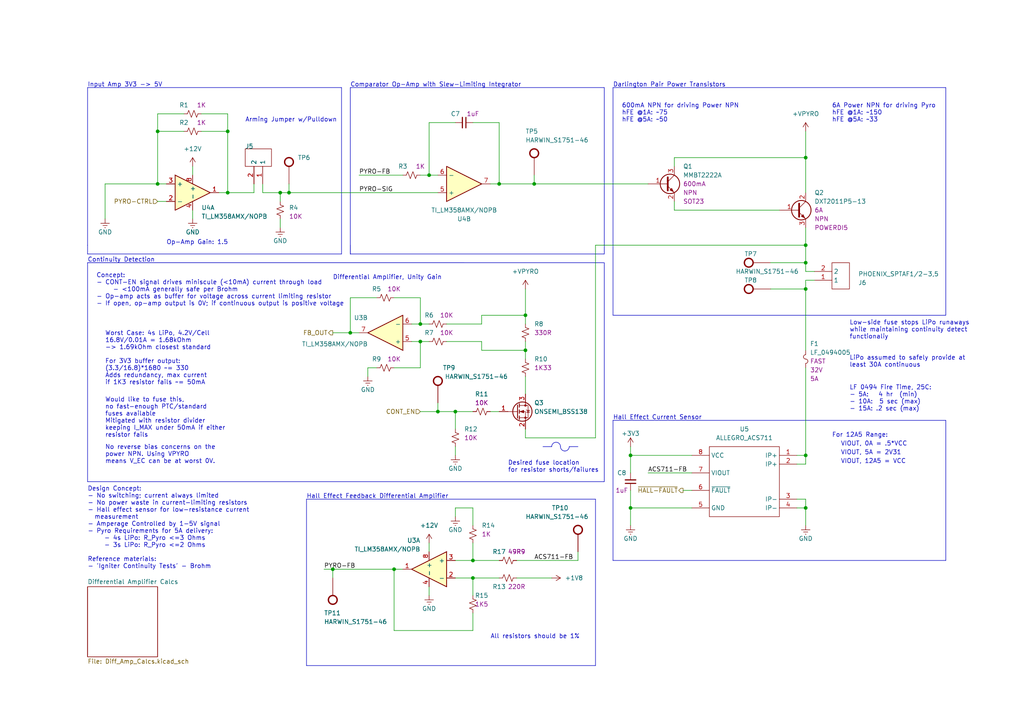
<source format=kicad_sch>
(kicad_sch (version 20230121) (generator eeschema)
  (paper "A4")
  (title_block (title "Forerunner Pyro Test Board") (date "2023-12-07") (rev "1.0.0"))
  (lib_symbols
    (symbol "Skyhawkson-Capacitors:1UF_0805" (pin_numbers hide) (pin_names (offset 0.254) hide)
      (property "Reference" "C" (at 0 2.54 0))
      (property "Tolerance" "10%" (at 0 -7.62 0))
      (property "Rating" "50V" (at 0 -10.16 0))
      (property "Temp" "X7R" (at 0 -15.24 0))
      (property "Package" "0805" (at 0 -12.7 0))
      (property "Capacitance" "1uF" (at 0 -5.08 0))
      (symbol "1UF_0805_0_1"
        (polyline (pts (xy 2.032 -1.524) (xy 2.032 1.524)) (stroke (width 0.3048)))
        (polyline (pts (xy 3.048 -1.524) (xy 3.048 1.524)) (stroke (width 0.3302)))
      )
      (symbol "1UF_0805_1_1"
        (pin passive line (at 0 0 0) (length 2.032) (name "~") (number "1"))
        (pin passive line (at 5.08 0 180) (length 2.032) (name "~") (number "2"))
      )
    )
    (symbol "Skyhawkson-Connectors:HARWIN_S1751-46" (in_bom no)
      (property "Reference" "TP" (at 6.35 1.27 0))
      (property "Value" "HARWIN_S1751-46" (at 6.35 -2.54 0))
      (symbol "HARWIN_S1751-46_0_1"
        (circle (center 6.35 0) (radius 1.27) (stroke (width 0.4)))
      )
      (symbol "HARWIN_S1751-46_1_1"
        (pin passive line (at 0 0 0) (length 5.08) (name "1") (number "1"))
      )
    )
    (symbol "Skyhawkson-Connectors:PHOENIX_SPTAF1{slash}2-3,5"
      (property "Reference" "J" (at 5.08 2.54 0))
      (property "Value" "PHOENIX_SPTAF1{slash}2-3,5" (at 5.08 -6.35 0))
      (symbol "PHOENIX_SPTAF1{slash}2-3,5_0_1"
        (rectangle (start 5.08 2.54) (end 10.16 -5.08) (stroke (width 0.1524)))
      )
      (symbol "PHOENIX_SPTAF1{slash}2-3,5_1_1"
        (pin passive line (at 0 0 0) (length 5.08) (name "1") (number "1"))
        (pin passive line (at 0 0 0) (length 5.08) hide (name "1B") (number "1B"))
        (pin passive line (at 0 -2.54 0) (length 5.08) (name "2") (number "2"))
        (pin passive line (at 0 -2.54 0) (length 5.08) hide (name "2B") (number "2B"))
      )
    )
    (symbol "Skyhawkson-ICs:ALLEGRO_ACS711"
      (property "Reference" "U" (at 5.08 2.54 0))
      (property "Value" "ALLEGRO_ACS711" (at 5.08 -19.05 0))
      (symbol "ALLEGRO_ACS711_0_0"
        (rectangle (start 5.08 2.54) (end 25.4 -17.78) (stroke (width 0.1524)))
      )
      (symbol "ALLEGRO_ACS711_1_1"
        (pin passive line (at 30.48 0 180) (length 5.08) (name "IP+") (number "1"))
        (pin passive line (at 30.48 -2.54 180) (length 5.08) (name "IP+") (number "2"))
        (pin passive line (at 30.48 -12.7 180) (length 5.08) (name "IP-") (number "3"))
        (pin passive line (at 30.48 -15.24 180) (length 5.08) (name "IP-") (number "4"))
        (pin power_in line (at 0 -15.24 0) (length 5.08) (name "GND") (number "5"))
        (pin output line (at 0 -10.16 0) (length 5.08) (name "~{FAULT}") (number "6"))
        (pin output line (at 0 -5.08 0) (length 5.08) (name "VIOUT") (number "7"))
        (pin power_in line (at 0 0 0) (length 5.08) (name "VCC") (number "8"))
      )
    )
    (symbol "Skyhawkson-ICs:TI_LM358AMX{slash}NOPB"
      (property "Reference" "U" (at 12.7 -5.08 0))
      (property "Value" "TI_LM358AMX{slash}NOPB" (at 12.7 -7.62 0))
      (symbol "TI_LM358AMX{slash}NOPB_1_1"
        (polyline (pts (xy 2.54 2.54) (xy 12.7 -2.54) (xy 2.54 -7.62) (xy 2.54 2.54)) (stroke (width 0.254)) (fill (type background)))
        (pin output line (at 15.24 -2.54 180) (length 2.54) (name "~") (number "1"))
        (pin input line (at 0 -5.08 0) (length 2.54) (name "-") (number "2"))
        (pin input line (at 0 0 0) (length 2.54) (name "+") (number "3"))
        (pin power_in line (at 7.62 -7.62 90) (length 2.54) (name "-") (number "4"))
        (pin power_in line (at 7.62 2.54 270) (length 2.54) (name "+") (number "8"))
      )
      (symbol "TI_LM358AMX{slash}NOPB_2_1"
        (polyline (pts (xy 2.54 2.54) (xy 12.7 -2.54) (xy 2.54 -7.62) (xy 2.54 2.54)) (stroke (width 0.254)) (fill (type background)))
        (pin input line (at 0 0 0) (length 2.54) (name "+") (number "5"))
        (pin input line (at 0 -5.08 0) (length 2.54) (name "-") (number "6"))
        (pin output line (at 15.24 -2.54 180) (length 2.54) (name "~") (number "7"))
      )
    )
    (symbol "Skyhawkson-Miscellaneous:LF_0494005" (pin_numbers hide) (pin_names (offset 0.254) hide)
      (property "Reference" "F" (at 0 1.27 0))
      (property "Value" "LF_0494005" (at 0 -3.81 0))
      (property "TYPE" "FAST" (at 0 -6.35 0))
      (property "VOLTAGE" "32V" (at 0 -8.89 0))
      (property "CURRENT" "5A" (at 0 -11.43 0))
      (symbol "LF_0494005_0_1"
        (arc (start 1.27 0) (mid 1.456 -0.449) (end 1.905 -0.635))
        (arc (start 1.905 -0.635) (mid 2.354 -0.449) (end 2.54 0))
        (arc (start 3.175 0.635) (mid 2.726 0.449) (end 2.54 0))
        (arc (start 3.81 0) (mid 3.624 0.449) (end 3.175 0.635))
      )
      (symbol "LF_0494005_1_1"
        (pin passive line (at 0 0 0) (length 1.27) (name "~") (number "1"))
        (pin passive line (at 5.08 0 180) (length 1.27) (name "~") (number "2"))
      )
    )
    (symbol "Skyhawkson-Power Symbols:+12V" (power) (pin_names (offset 0)) (in_bom no)
      (property "Value" "+12V" (at 0 3.556 0))
      (symbol "+12V_0_1"
        (polyline (pts (xy -0.762 1.27) (xy 0 2.54)))
        (polyline (pts (xy 0 0) (xy 0 2.54)))
        (polyline (pts (xy 0 2.54) (xy 0.762 1.27)))
      )
      (symbol "+12V_1_1"
        (pin power_in line (at 0 0 90) (length 0) hide (name "+12V") (number "1"))
      )
    )
    (symbol "Skyhawkson-Power Symbols:+1V8" (power) (pin_names (offset 0)) (in_bom no)
      (property "Value" "+1V8" (at 0 3.556 0))
      (symbol "+1V8_0_1"
        (polyline (pts (xy -0.762 1.27) (xy 0 2.54)))
        (polyline (pts (xy 0 0) (xy 0 2.54)))
        (polyline (pts (xy 0 2.54) (xy 0.762 1.27)))
      )
      (symbol "+1V8_1_1"
        (pin power_in line (at 0 0 90) (length 0) hide (name "+1V8") (number "1"))
      )
    )
    (symbol "Skyhawkson-Power Symbols:+3V3" (power) (pin_names (offset 0)) (in_bom no)
      (property "Value" "+3V3" (at 0 3.556 0))
      (symbol "+3V3_0_1"
        (polyline (pts (xy -0.762 1.27) (xy 0 2.54)))
        (polyline (pts (xy 0 0) (xy 0 2.54)))
        (polyline (pts (xy 0 2.54) (xy 0.762 1.27)))
      )
      (symbol "+3V3_1_1"
        (pin power_in line (at 0 0 90) (length 0) hide (name "+3V3") (number "1"))
      )
    )
    (symbol "Skyhawkson-Power Symbols:+VPYRO" (power) (pin_names (offset 0)) (in_bom no)
      (property "Value" "+VPYRO" (at 0 3.556 0))
      (symbol "+VPYRO_0_1"
        (polyline (pts (xy -0.762 1.27) (xy 0 2.54)))
        (polyline (pts (xy 0 0) (xy 0 2.54)))
        (polyline (pts (xy 0 2.54) (xy 0.762 1.27)))
      )
      (symbol "+VPYRO_1_1"
        (pin power_in line (at 0 0 90) (length 0) hide (name "+VPYRO") (number "1"))
      )
    )
    (symbol "Skyhawkson-Power Symbols:GND" (power) (pin_names (offset 0)) (in_bom no)
      (property "Value" "GND" (at 0 -3.81 0))
      (symbol "GND_0_1"
        (polyline (pts (xy -0.635 -1.905) (xy 0.635 -1.905)))
        (polyline (pts (xy -0.127 -2.54) (xy 0.127 -2.54)))
        (polyline (pts (xy 0 -1.27) (xy 0 0)))
        (polyline (pts (xy 1.27 -1.27) (xy -1.27 -1.27)))
      )
      (symbol "GND_1_1"
        (pin power_in line (at 0 0 270) (length 0) hide (name "GND") (number "1"))
      )
    )
    (symbol "Skyhawkson-Resistors:10K_0603" (pin_numbers hide) (pin_names (offset 0.254) hide)
      (property "Reference" "R" (at 0 1.27 0))
      (property "Tolerance" "1%" (at 0 -6.35 0))
      (property "Power" "100mW" (at 0 -8.89 0))
      (property "Package" "0603" (at 0 -11.43 0))
      (property "Resistance" "10K" (at 0 -3.81 0))
      (symbol "10K_0603_1_1"
        (polyline (pts (xy 1.016 0) (xy 1.397 1.016) (xy 1.778 0) (xy 2.159 -1.016) (xy 2.54 0)))
        (polyline (pts (xy 2.54 0) (xy 2.921 1.016) (xy 3.302 0) (xy 3.683 -1.016) (xy 4.064 0)))
        (pin passive line (at 0 0 0) (length 1.016) (name "~") (number "1"))
        (pin passive line (at 5.08 0 180) (length 1.016) (name "~") (number "2"))
      )
    )
    (symbol "Skyhawkson-Resistors:1K33_0603" (pin_numbers hide) (pin_names (offset 0.254) hide)
      (property "Reference" "R" (at 0 1.27 0))
      (property "Tolerance" "1%" (at 0 -6.35 0))
      (property "Power" "100mW" (at 0 -8.89 0))
      (property "Package" "0603" (at 0 -11.43 0))
      (property "Resistance" "1K33" (at 0 -3.81 0))
      (symbol "1K33_0603_1_1"
        (polyline (pts (xy 1.016 0) (xy 1.397 1.016) (xy 1.778 0) (xy 2.159 -1.016) (xy 2.54 0)))
        (polyline (pts (xy 2.54 0) (xy 2.921 1.016) (xy 3.302 0) (xy 3.683 -1.016) (xy 4.064 0)))
        (pin passive line (at 0 0 0) (length 1.016) (name "~") (number "1"))
        (pin passive line (at 5.08 0 180) (length 1.016) (name "~") (number "2"))
      )
    )
    (symbol "Skyhawkson-Resistors:1K5_0603" (pin_numbers hide) (pin_names (offset 0.254) hide)
      (property "Reference" "R" (at 0 1.27 0))
      (property "Tolerance" "1%" (at 0 -6.35 0))
      (property "Power" "100mW" (at 0 -8.89 0))
      (property "Package" "0603" (at 0 -11.43 0))
      (property "Resistance" "1K5" (at 0 -3.81 0))
      (symbol "1K5_0603_1_1"
        (polyline (pts (xy 1.016 0) (xy 1.397 1.016) (xy 1.778 0) (xy 2.159 -1.016) (xy 2.54 0)))
        (polyline (pts (xy 2.54 0) (xy 2.921 1.016) (xy 3.302 0) (xy 3.683 -1.016) (xy 4.064 0)))
        (pin passive line (at 0 0 0) (length 1.016) (name "~") (number "1"))
        (pin passive line (at 5.08 0 180) (length 1.016) (name "~") (number "2"))
      )
    )
    (symbol "Skyhawkson-Resistors:1K_0603" (pin_numbers hide) (pin_names (offset 0.254) hide)
      (property "Reference" "R" (at 0 1.27 0))
      (property "Tolerance" "1%" (at 0 -6.35 0))
      (property "Power" "100mW" (at 0 -8.89 0))
      (property "Package" "0603" (at 0 -11.43 0))
      (property "Resistance" "1K" (at 0 -3.81 0))
      (symbol "1K_0603_1_1"
        (polyline (pts (xy 1.016 0) (xy 1.397 1.016) (xy 1.778 0) (xy 2.159 -1.016) (xy 2.54 0)))
        (polyline (pts (xy 2.54 0) (xy 2.921 1.016) (xy 3.302 0) (xy 3.683 -1.016) (xy 4.064 0)))
        (pin passive line (at 0 0 0) (length 1.016) (name "~") (number "1"))
        (pin passive line (at 5.08 0 180) (length 1.016) (name "~") (number "2"))
      )
    )
    (symbol "Skyhawkson-Resistors:220R_0603" (pin_numbers hide) (pin_names (offset 0.254) hide)
      (property "Reference" "R" (at 0 1.27 0))
      (property "Tolerance" "1%" (at 0 -6.35 0))
      (property "Power" "100mW" (at 0 -8.89 0))
      (property "Package" "0603" (at 0 -11.43 0))
      (property "Resistance" "220R" (at 0 -3.81 0))
      (symbol "220R_0603_1_1"
        (polyline (pts (xy 1.016 0) (xy 1.397 1.016) (xy 1.778 0) (xy 2.159 -1.016) (xy 2.54 0)))
        (polyline (pts (xy 2.54 0) (xy 2.921 1.016) (xy 3.302 0) (xy 3.683 -1.016) (xy 4.064 0)))
        (pin passive line (at 0 0 0) (length 1.016) (name "~") (number "1"))
        (pin passive line (at 5.08 0 180) (length 1.016) (name "~") (number "2"))
      )
    )
    (symbol "Skyhawkson-Resistors:2K2_0603" (pin_numbers hide) (pin_names (offset 0.254) hide)
      (property "Reference" "R" (at 0 1.27 0))
      (property "Tolerance" "5%" (at 0 -6.35 0))
      (property "Power" "100mW" (at 0 -8.89 0))
      (property "Package" "0603" (at 0 -11.43 0))
      (property "Resistance" "1K" (at 0 -3.81 0))
      (symbol "2K2_0603_1_1"
        (polyline (pts (xy 1.016 0) (xy 1.397 1.016) (xy 1.778 0) (xy 2.159 -1.016) (xy 2.54 0)))
        (polyline (pts (xy 2.54 0) (xy 2.921 1.016) (xy 3.302 0) (xy 3.683 -1.016) (xy 4.064 0)))
        (pin passive line (at 0 0 0) (length 1.016) (name "~") (number "1"))
        (pin passive line (at 5.08 0 180) (length 1.016) (name "~") (number "2"))
      )
    )
    (symbol "Skyhawkson-Resistors:330R_0603" (pin_numbers hide) (pin_names (offset 0.254) hide)
      (property "Reference" "R" (at 0 1.27 0))
      (property "Tolerance" "1%" (at 0 -6.35 0))
      (property "Power" "100mW" (at 0 -8.89 0))
      (property "Package" "0603" (at 0 -11.43 0))
      (property "Resistance" "330R" (at 0 -3.81 0))
      (symbol "330R_0603_1_1"
        (polyline (pts (xy 1.016 0) (xy 1.397 1.016) (xy 1.778 0) (xy 2.159 -1.016) (xy 2.54 0)))
        (polyline (pts (xy 2.54 0) (xy 2.921 1.016) (xy 3.302 0) (xy 3.683 -1.016) (xy 4.064 0)))
        (pin passive line (at 0 0 0) (length 1.016) (name "~") (number "1"))
        (pin passive line (at 5.08 0 180) (length 1.016) (name "~") (number "2"))
      )
    )
    (symbol "Skyhawkson-Resistors:49R9_0603" (pin_numbers hide) (pin_names (offset 0.254) hide)
      (property "Reference" "R" (at 0 1.27 0))
      (property "Tolerance" "1%" (at 0 -6.35 0))
      (property "Power" "100mW" (at 0 -8.89 0))
      (property "Package" "0603" (at 0 -11.43 0))
      (property "Resistance" "49R9" (at 0 -3.81 0))
      (symbol "49R9_0603_1_1"
        (polyline (pts (xy 1.016 0) (xy 1.397 1.016) (xy 1.778 0) (xy 2.159 -1.016) (xy 2.54 0)))
        (polyline (pts (xy 2.54 0) (xy 2.921 1.016) (xy 3.302 0) (xy 3.683 -1.016) (xy 4.064 0)))
        (pin passive line (at 0 0 0) (length 1.016) (name "~") (number "1"))
        (pin passive line (at 5.08 0 180) (length 1.016) (name "~") (number "2"))
      )
    )
    (symbol "Skyhawkson-Transistors and FETs:DXT2011P5-13" (pin_names (offset 0.254) hide)
      (property "Reference" "Q" (at 10.16 0 0))
      (property "Value" "DXT2011P5-13" (at 10.16 -2.54 0))
      (property "Imax" "6A" (at 10.16 -5.08 0))
      (property "Type" "NPN" (at 10.16 -7.62 0))
      (property "Package" "POWERDI5" (at 10.16 -10.16 0))
      (symbol "DXT2011P5-13_0_1"
        (polyline (pts (xy 5.715 0.635) (xy 7.62 2.54)))
        (polyline (pts (xy 5.715 -0.635) (xy 7.62 -2.54) (xy 7.62 -2.54)))
        (polyline (pts (xy 5.715 1.905) (xy 5.715 -1.905) (xy 5.715 -1.905)) (stroke (width 0.508)))
        (polyline (pts (xy 6.35 -1.778) (xy 6.858 -1.27) (xy 7.366 -2.286) (xy 6.35 -1.778) (xy 6.35 -1.778)) (fill (type outline)))
        (circle (center 6.35 0) (radius 2.8194) (stroke (width 0.254)))
      )
      (symbol "DXT2011P5-13_1_1"
        (pin input line (at 0 0 0) (length 5.715) (name "B") (number "1"))
        (pin passive line (at 7.62 5.08 270) (length 2.54) (name "C") (number "2"))
        (pin passive line (at 7.62 -5.08 90) (length 2.54) (name "E") (number "3"))
      )
    )
    (symbol "Skyhawkson-Transistors and FETs:MMBT2222A" (pin_names (offset 0.254) hide)
      (property "Reference" "Q" (at 10.16 0 0))
      (property "Value" "MMBT2222A" (at 10.16 -2.54 0))
      (property "Imax" "600mA" (at 10.16 -5.08 0))
      (property "Type" "NPN" (at 10.16 -7.62 0))
      (property "Package" "SOT23" (at 10.16 -10.16 0))
      (symbol "MMBT2222A_0_1"
        (polyline (pts (xy 5.715 0.635) (xy 7.62 2.54)))
        (polyline (pts (xy 5.715 -0.635) (xy 7.62 -2.54) (xy 7.62 -2.54)))
        (polyline (pts (xy 5.715 1.905) (xy 5.715 -1.905) (xy 5.715 -1.905)) (stroke (width 0.508)))
        (polyline (pts (xy 6.35 -1.778) (xy 6.858 -1.27) (xy 7.366 -2.286) (xy 6.35 -1.778) (xy 6.35 -1.778)) (fill (type outline)))
        (circle (center 6.35 0) (radius 2.8194) (stroke (width 0.254)))
      )
      (symbol "MMBT2222A_1_1"
        (pin input line (at 0 0 0) (length 5.715) (name "B") (number "1"))
        (pin passive line (at 7.62 -5.08 90) (length 2.54) (name "E") (number "2"))
        (pin passive line (at 7.62 5.08 270) (length 2.54) (name "C") (number "3"))
      )
    )
    (symbol "Skyhawkson-Transistors and FETs:ONSEMI_BSS138" (pin_names (offset 0.254) hide)
      (property "Reference" "Q" (at 10.16 0 0))
      (property "Value" "ONSEMI_BSS138" (at 10.16 -2.54 0))
      (property "Type" "NMOS ENH" (at 10.16 -5.08 0))
      (property "Vgs_th" "1V3" (at 10.16 -7.62 0))
      (property "Package" "SOT-23" (at 10.16 -10.16 0))
      (property "Rds_on_max" "6R" (at 10.16 -12.7 0))
      (property "Vmax" "50Vmax" (at 10.16 -15.24 0))
      (property "Current" "220mA" (at 10.16 -17.78 0))
      (symbol "ONSEMI_BSS138_0_1"
        (polyline (pts (xy 5.334 0) (xy 2.54 0)))
        (polyline (pts (xy 5.334 1.905) (xy 5.334 -1.905)) (stroke (width 0.254)))
        (polyline (pts (xy 5.842 -1.27) (xy 5.842 -2.286)) (stroke (width 0.254)))
        (polyline (pts (xy 5.842 0.508) (xy 5.842 -0.508)) (stroke (width 0.254)))
        (polyline (pts (xy 5.842 2.286) (xy 5.842 1.27)) (stroke (width 0.254)))
        (polyline (pts (xy 7.62 2.54) (xy 7.62 1.778)))
        (polyline (pts (xy 7.62 -2.54) (xy 7.62 0) (xy 5.842 0)))
        (polyline (pts (xy 5.842 -1.778) (xy 8.382 -1.778) (xy 8.382 1.778) (xy 5.842 1.778)))
        (polyline (pts (xy 6.096 0) (xy 7.112 0.381) (xy 7.112 -0.381) (xy 6.096 0)) (fill (type outline)))
        (polyline (pts (xy 7.874 0.508) (xy 8.001 0.381) (xy 8.763 0.381) (xy 8.89 0.254)))
        (polyline (pts (xy 8.382 0.381) (xy 8.001 -0.254) (xy 8.763 -0.254) (xy 8.382 0.381)))
        (circle (center 6.731 0) (radius 2.794) (stroke (width 0.254)))
        (circle (center 7.62 -1.778) (radius 0.254) (fill (type outline)))
        (circle (center 7.62 1.778) (radius 0.254) (fill (type outline)))
      )
      (symbol "ONSEMI_BSS138_1_1"
        (pin input line (at 0 0 0) (length 2.54) (name "G") (number "1"))
        (pin passive line (at 7.62 -5.08 90) (length 2.54) (name "S") (number "2"))
        (pin passive line (at 7.62 5.08 270) (length 2.54) (name "D") (number "3"))
      )
    )
  )
  (junction (at 152.4 101.6))
  (junction (at 154.94 53.34))
  (junction (at 182.88 132.08))
  (junction (at 81.28 55.88))
  (junction (at 83.82 55.88))
  (junction (at 137.16 167.64))
  (junction (at 121.92 99.06))
  (junction (at 114.3 165.1))
  (junction (at 45.72 53.34))
  (junction (at 152.4 91.44))
  (junction (at 233.68 76.2))
  (junction (at 96.52 165.1))
  (junction (at 233.68 132.08))
  (junction (at 132.08 119.38))
  (junction (at 182.88 147.32))
  (junction (at 127 119.38))
  (junction (at 233.68 71.12))
  (junction (at 66.04 55.88))
  (junction (at 66.04 38.1))
  (junction (at 233.68 147.32))
  (junction (at 144.78 53.34))
  (junction (at 124.46 50.8))
  (junction (at 121.92 93.98))
  (junction (at 101.6 96.52))
  (junction (at 45.72 38.1))
  (junction (at 233.68 45.72))
  (junction (at 233.68 83.82))
  (junction (at 137.16 162.56))
  (polyline (pts (xy 177.8 91.44) (xy 274.32 91.44)))
  (wire (pts (xy 137.16 162.56) (xy 144.78 162.56)))
  (wire (pts (xy 129.54 99.06) (xy 139.7 99.06)))
  (wire (pts (xy 139.7 101.6) (xy 152.4 101.6)))
  (polyline (pts (xy 172.72 193.04) (xy 172.72 144.78)))
  (wire (pts (xy 48.26 53.34) (xy 45.72 53.34)))
  (wire (pts (xy 233.68 66.04) (xy 233.68 71.12)))
  (wire (pts (xy 231.14 144.78) (xy 233.68 144.78)))
  (polyline (pts (xy 25.4 76.2) (xy 134.62 76.2)))
  (wire (pts (xy 231.14 147.32) (xy 233.68 147.32)))
  (wire (pts (xy 76.2 55.88) (xy 81.28 55.88)))
  (polyline (pts (xy 101.6 25.4) (xy 101.6 71.12)))
  (polyline (pts (xy 25.4 139.7) (xy 175.26 139.7)))
  (wire (pts (xy 144.78 53.34) (xy 154.94 53.34)))
  (polyline (pts (xy 99.06 73.66) (xy 99.06 25.4)))
  (wire (pts (xy 63.5 55.88) (xy 66.04 55.88)))
  (polyline (pts (xy 274.32 121.92) (xy 177.8 121.92)))
  (polyline (pts (xy 274.32 25.4) (xy 177.8 25.4)))
  (wire (pts (xy 233.68 132.08) (xy 233.68 134.62)))
  (wire (pts (xy 233.68 147.32) (xy 233.68 152.4)))
  (polyline (pts (xy 175.26 73.66) (xy 175.26 25.4)))
  (wire (pts (xy 83.82 53.34) (xy 83.82 55.88)))
  (wire (pts (xy 137.16 157.48) (xy 137.16 162.56)))
  (wire (pts (xy 114.3 165.1) (xy 116.84 165.1)))
  (wire (pts (xy 152.4 91.44) (xy 139.7 91.44)))
  (wire (pts (xy 200.66 147.32) (xy 182.88 147.32)))
  (wire (pts (xy 114.3 86.36) (xy 121.92 86.36)))
  (wire (pts (xy 106.68 106.68) (xy 106.68 109.22)))
  (wire (pts (xy 114.3 106.68) (xy 121.92 106.68)))
  (wire (pts (xy 55.88 48.26) (xy 55.88 50.8)))
  (polyline (pts (xy 175.26 25.4) (xy 101.6 25.4)))
  (wire (pts (xy 167.64 160.02) (xy 167.64 162.56)))
  (wire (pts (xy 101.6 96.52) (xy 101.6 86.36)))
  (polyline (pts (xy 165.1 129.54) (xy 167.64 129.54)))
  (wire (pts (xy 223.52 76.2) (xy 233.68 76.2)))
  (wire (pts (xy 195.58 45.72) (xy 233.68 45.72)))
  (wire (pts (xy 172.72 71.12) (xy 233.68 71.12)))
  (wire (pts (xy 129.54 93.98) (xy 139.7 93.98)))
  (wire (pts (xy 96.52 96.52) (xy 101.6 96.52)))
  (wire (pts (xy 172.72 71.12) (xy 172.72 127)))
  (wire (pts (xy 124.46 35.56) (xy 132.08 35.56)))
  (wire (pts (xy 81.28 55.88) (xy 81.28 58.42)))
  (wire (pts (xy 109.22 106.68) (xy 106.68 106.68)))
  (wire (pts (xy 137.16 119.38) (xy 132.08 119.38)))
  (wire (pts (xy 187.96 137.16) (xy 200.66 137.16)))
  (polyline (pts (xy 175.26 139.7) (xy 175.26 76.2)))
  (wire (pts (xy 58.42 38.1) (xy 66.04 38.1)))
  (wire (pts (xy 195.58 60.96) (xy 226.06 60.96)))
  (wire (pts (xy 200.66 132.08) (xy 182.88 132.08)))
  (wire (pts (xy 137.16 152.4) (xy 137.16 147.32)))
  (wire (pts (xy 96.52 165.1) (xy 96.52 167.64)))
  (wire (pts (xy 81.28 63.5) (xy 81.28 66.04)))
  (wire (pts (xy 96.52 165.1) (xy 114.3 165.1)))
  (wire (pts (xy 132.08 167.64) (xy 137.16 167.64)))
  (polyline (pts (xy 177.8 162.56) (xy 274.32 162.56)))
  (polyline (pts (xy 25.4 76.2) (xy 25.4 139.7)))
  (wire (pts (xy 195.58 45.72) (xy 195.58 48.26)))
  (wire (pts (xy 66.04 38.1) (xy 66.04 33.02)))
  (wire (pts (xy 55.88 60.96) (xy 55.88 63.5)))
  (wire (pts (xy 152.4 99.06) (xy 152.4 101.6)))
  (polyline (pts (xy 25.4 25.4) (xy 25.4 71.12)))
  (wire (pts (xy 45.72 38.1) (xy 45.72 53.34)))
  (wire (pts (xy 93.98 165.1) (xy 96.52 165.1)))
  (wire (pts (xy 233.68 144.78) (xy 233.68 147.32)))
  (polyline (pts (xy 274.32 162.56) (xy 274.32 121.92)))
  (wire (pts (xy 233.68 83.82) (xy 233.68 101.6)))
  (wire (pts (xy 231.14 134.62) (xy 233.68 134.62)))
  (polyline (pts (xy 88.9 144.78) (xy 88.9 193.04)))
  (wire (pts (xy 101.6 86.36) (xy 109.22 86.36)))
  (polyline (pts (xy 25.4 71.12) (xy 25.4 73.66)))
  (polyline (pts (xy 177.8 121.92) (xy 177.8 162.56)))
  (wire (pts (xy 142.24 53.34) (xy 144.78 53.34)))
  (wire (pts (xy 152.4 127) (xy 172.72 127)))
  (wire (pts (xy 76.2 53.34) (xy 76.2 55.88)))
  (wire (pts (xy 152.4 101.6) (xy 152.4 104.14)))
  (polyline (pts (xy 274.32 91.44) (xy 274.32 25.4)))
  (wire (pts (xy 233.68 45.72) (xy 233.68 55.88)))
  (polyline (pts (xy 25.4 73.66) (xy 99.06 73.66)))
  (wire (pts (xy 137.16 177.8) (xy 137.16 182.88)))
  (wire (pts (xy 101.6 96.52) (xy 104.14 96.52)))
  (wire (pts (xy 152.4 124.46) (xy 152.4 127)))
  (polyline (pts (xy 172.72 144.78) (xy 88.9 144.78)))
  (wire (pts (xy 137.16 147.32) (xy 132.08 147.32)))
  (polyline (pts (xy 101.6 71.12) (xy 101.6 73.66)))
  (wire (pts (xy 53.34 33.02) (xy 45.72 33.02)))
  (wire (pts (xy 119.38 99.06) (xy 121.92 99.06)))
  (wire (pts (xy 124.46 170.18) (xy 124.46 172.72)))
  (wire (pts (xy 233.68 76.2) (xy 233.68 78.74)))
  (wire (pts (xy 233.68 106.68) (xy 233.68 132.08)))
  (wire (pts (xy 154.94 53.34) (xy 187.96 53.34)))
  (wire (pts (xy 121.92 93.98) (xy 124.46 93.98)))
  (polyline (pts (xy 101.6 73.66) (xy 175.26 73.66)))
  (wire (pts (xy 132.08 119.38) (xy 132.08 124.46)))
  (wire (pts (xy 182.88 147.32) (xy 182.88 152.4)))
  (wire (pts (xy 45.72 38.1) (xy 53.34 38.1)))
  (wire (pts (xy 30.48 53.34) (xy 30.48 63.5)))
  (wire (pts (xy 233.68 71.12) (xy 233.68 76.2)))
  (wire (pts (xy 124.46 157.48) (xy 124.46 160.02)))
  (wire (pts (xy 124.46 50.8) (xy 124.46 35.56)))
  (wire (pts (xy 154.94 50.8) (xy 154.94 53.34)))
  (wire (pts (xy 132.08 147.32) (xy 132.08 149.86)))
  (wire (pts (xy 182.88 142.24) (xy 182.88 147.32)))
  (polyline (pts (xy 177.8 25.4) (xy 177.8 91.44)))
  (polyline (pts (xy 175.26 76.2) (xy 25.4 76.2)))
  (wire (pts (xy 127 116.84) (xy 127 119.38)))
  (wire (pts (xy 114.3 165.1) (xy 114.3 182.88)))
  (wire (pts (xy 121.92 99.06) (xy 124.46 99.06)))
  (wire (pts (xy 152.4 83.82) (xy 152.4 91.44)))
  (wire (pts (xy 83.82 55.88) (xy 127 55.88)))
  (wire (pts (xy 121.92 119.38) (xy 127 119.38)))
  (wire (pts (xy 223.52 83.82) (xy 233.68 83.82)))
  (wire (pts (xy 81.28 55.88) (xy 83.82 55.88)))
  (wire (pts (xy 73.66 53.34) (xy 73.66 55.88)))
  (wire (pts (xy 182.88 132.08) (xy 182.88 137.16)))
  (wire (pts (xy 127 119.38) (xy 132.08 119.38)))
  (wire (pts (xy 137.16 167.64) (xy 137.16 172.72)))
  (wire (pts (xy 233.68 78.74) (xy 236.22 78.74)))
  (wire (pts (xy 139.7 99.06) (xy 139.7 101.6)))
  (wire (pts (xy 45.72 33.02) (xy 45.72 38.1)))
  (wire (pts (xy 144.78 35.56) (xy 137.16 35.56)))
  (wire (pts (xy 236.22 81.28) (xy 233.68 81.28)))
  (wire (pts (xy 142.24 119.38) (xy 144.78 119.38)))
  (wire (pts (xy 119.38 93.98) (xy 121.92 93.98)))
  (wire (pts (xy 144.78 53.34) (xy 144.78 35.56)))
  (wire (pts (xy 66.04 55.88) (xy 73.66 55.88)))
  (wire (pts (xy 114.3 182.88) (xy 137.16 182.88)))
  (wire (pts (xy 124.46 50.8) (xy 127 50.8)))
  (polyline (pts (xy 99.06 25.4) (xy 25.4 25.4)))
  (polyline (pts (xy 157.48 129.54) (xy 160.02 129.54)))
  (wire (pts (xy 152.4 91.44) (xy 152.4 93.98)))
  (wire (pts (xy 121.92 50.8) (xy 124.46 50.8)))
  (wire (pts (xy 152.4 109.22) (xy 152.4 114.3)))
  (wire (pts (xy 104.14 50.8) (xy 116.84 50.8)))
  (polyline (pts (xy 101.6 71.12) (xy 101.6 73.66)))
  (wire (pts (xy 121.92 99.06) (xy 121.92 106.68)))
  (wire (pts (xy 182.88 129.54) (xy 182.88 132.08)))
  (wire (pts (xy 45.72 58.42) (xy 48.26 58.42)))
  (wire (pts (xy 139.7 91.44) (xy 139.7 93.98)))
  (wire (pts (xy 233.68 81.28) (xy 233.68 83.82)))
  (wire (pts (xy 132.08 129.54) (xy 132.08 132.08)))
  (wire (pts (xy 66.04 55.88) (xy 66.04 38.1)))
  (wire (pts (xy 231.14 132.08) (xy 233.68 132.08)))
  (wire (pts (xy 121.92 93.98) (xy 121.92 86.36)))
  (wire (pts (xy 149.86 162.56) (xy 167.64 162.56)))
  (polyline (pts (xy 88.9 193.04) (xy 172.72 193.04)))
  (wire (pts (xy 195.58 60.96) (xy 195.58 58.42)))
  (wire (pts (xy 233.68 38.1) (xy 233.68 45.72)))
  (wire (pts (xy 30.48 53.34) (xy 45.72 53.34)))
  (wire (pts (xy 66.04 33.02) (xy 58.42 33.02)))
  (wire (pts (xy 137.16 167.64) (xy 144.78 167.64)))
  (wire (pts (xy 198.12 142.24) (xy 200.66 142.24)))
  (wire (pts (xy 132.08 162.56) (xy 137.16 162.56)))
  (wire (pts (xy 149.86 167.64) (xy 160.02 167.64)))
  (arc (start 161.29 128.27) (mid 162.188 128.642) (end 162.56 129.54))
  (arc (start 160.02 129.54) (mid 160.392 128.642) (end 161.29 128.27))
  (arc (start 165.1 129.54) (mid 164.728 130.438) (end 163.83 130.81))
  (arc (start 163.83 130.81) (mid 162.932 130.438) (end 162.56 129.54))
  (text "Hall Effect Current Sensor" (at 177.8 121.92 0) (effects (font (size 1.27 1.27)) (justify left bottom)))
  (text "All resistors should be 1%" (at 142.24 185.42 0) (effects (font (size 1.27 1.27)) (justify left bottom)))
  (text "600mA NPN for driving Power NPN\nhFE @1A: ~75\nhFE @5A: ~50" (at 180.34 35.56 0) (effects (font (size 1.27 1.27)) (justify left bottom)))
  (text "Differential Amplifier, Unity Gain" (at 96.52 81.28 0) (effects (font (size 1.27 1.27)) (justify left bottom)))
  (text "Arming Jumper w/Pulldown" (at 71.12 35.56 0) (effects (font (size 1.27 1.27)) (justify left bottom)))
  (text "Would like to fuse this,\nno fast-enough PTC/standard\nfuses available\nMitigated with resistor divider\nkeeping I_MAX under 50mA if either\nresistor fails" (at 30.48 127 0) (effects (font (size 1.27 1.27)) (justify left bottom)))
  (text "Design Concept: \n- No switching; current always limited\n- No power waste in current-limiting resistors\n- Hall effect sensor for low-resistance current \n  measurement\n- Amperage Controlled by 1-5V signal\n- Pyro Requirements for 5A delivery:\n	- 4s LiPo: R_Pyro <=3 Ohms\n	- 3s LiPo: R_Pyro <=2 Ohms\n\nReference materials:\n- 'Igniter Continuity Tests' - Brohm" (at 25.4 165.1 0) (effects (font (size 1.27 1.27)) (justify left bottom)))
  (text "For 12A5 Range:" (at 241.3 127 0) (effects (font (size 1.27 1.27)) (justify left bottom)))
  (text "VIOUT, 5A = 2V31" (at 243.84 132.08 0) (effects (font (size 1.27 1.27)) (justify left bottom)))
  (text "6A Power NPN for driving Pyro\nhFE @1A: ~150\nhFE @5A: ~33" (at 241.3 35.56 0) (effects (font (size 1.27 1.27)) (justify left bottom)))
  (text "Desired fuse location\nfor resistor shorts/failures" (at 147.32 137.16 0) (effects (font (size 1.27 1.27)) (justify left bottom)))
  (text "Worst Case: 4s LiPo, 4.2V/Cell\n16.8V/0.01A = 1.68kOhm\n-> 1.69kOhm closest standard" (at 30.48 101.6 0) (effects (font (size 1.27 1.27)) (justify left bottom)))
  (text "VIOUT, 12A5 = VCC" (at 243.84 134.62 0) (effects (font (size 1.27 1.27)) (justify left bottom)))
  (text "Darlington Pair Power Transistors" (at 177.8 25.4 0) (effects (font (size 1.27 1.27)) (justify left bottom)))
  (text "Continuity Detection" (at 25.4 76.2 0) (effects (font (size 1.27 1.27)) (justify left bottom)))
  (text "LF 0494 Fire Time, 25C:\n- 5A:   4 hr  (min)\n- 10A:  5 sec (max)\n- 15A: .2 sec (max)" (at 246.38 119.38 0) (effects (font (size 1.27 1.27)) (justify left bottom)))
  (text "Comparator Op-Amp with Slew-Limiting Integrator" (at 101.6 25.4 0) (effects (font (size 1.27 1.27)) (justify left bottom)))
  (text "No reverse bias concerns on the \npower NPN. Using VPYRO\nmeans V_EC can be at worst 0V." (at 30.48 134.62 0) (effects (font (size 1.27 1.27)) (justify left bottom)))
  (text "For 3V3 buffer output:\n(3.3/16.8)*1680 ~= 330\nAdds redundancy, max current\nif 1K3 resistor fails ~= 50mA" (at 30.48 111.76 0) (effects (font (size 1.27 1.27)) (justify left bottom)))
  (text "Low-side fuse stops LiPo runaways\nwhile maintaining continuity detect\nfunctionaliy\n\n\nLiPo assumed to safely provide at \nleast 30A continuous" (at 246.38 106.68 0) (effects (font (size 1.27 1.27)) (justify left bottom)))
  (text "Input Amp 3V3 -> 5V\n" (at 25.4 25.4 0) (effects (font (size 1.27 1.27)) (justify left bottom)))
  (text "Op-Amp Gain: 1.5" (at 48.26 71.12 0) (effects (font (size 1.27 1.27)) (justify left bottom)))
  (text "Concept:\n- CONT-EN signal drives miniscule (<10mA) current through load\n	- <100mA generally safe per Brohm\n- Op-amp acts as buffer for voltage across current limiting resistor\n- If open, op-amp output is 0V; if continuous output is positive voltage" (at 27.94 88.9 0) (effects (font (size 1.27 1.27)) (justify left bottom)))
  (text "Hall Effect Feedback Differential Amplifier\n" (at 88.9 144.78 0) (effects (font (size 1.27 1.27)) (justify left bottom)))
  (text "VIOUT, 0A = .5*VCC" (at 243.84 129.54 0) (effects (font (size 1.27 1.27)) (justify left bottom)))
  (label "PYRO-SIG" (at 104.14 55.88 0))
  (label "ACS711-FB" (at 154.94 162.56 0))
  (label "PYRO-FB" (at 93.98 165.1 0))
  (label "PYRO-FB" (at 104.14 50.8 0))
  (label "ACS711-FB" (at 187.96 137.16 0))
  (hierarchical_label "CONT_EN" (shape input) (at 121.92 119.38 180))
  (hierarchical_label "~{HALL-FAULT}" (shape output) (at 198.12 142.24 180))
  (hierarchical_label "FB_OUT" (shape output) (at 96.52 96.52 180))
  (hierarchical_label "PYRO-CTRL" (shape input) (at 45.72 58.42 180))
  (symbol (lib_id "Skyhawkson-Power Symbols:GND") (at 106.68 109.22 0) (unit 1) (in_bom no)
    (property "Reference" "#PWR019" (effects hide))
    (property "Value" "GND" (at 106.68 113.03 0))
  )
  (symbol (lib_id "Skyhawkson-Power Symbols:GND") (at 30.48 63.5 0) (unit 1) (in_bom no)
    (property "Reference" "#PWR015" (effects hide))
    (property "Value" "GND" (at 30.48 67.31 0))
  )
  (symbol (lib_id "Skyhawkson-Connectors:PHOENIX_SPTAF1{slash}2-3,5") (at 236.22 81.28 0) (mirror x) (unit 1)
    (property "Reference" "J6" (at 248.92 81.28 0) (effects (justify left bottom)))
    (property "Value" "PHOENIX_SPTAF1/2-3,5" (at 248.92 78.74 0) (effects (justify left bottom)))
    (property "Footprint" "Skyhawkson_Footprints:PHOENIX_SPTAF1_2-3,5" (effects hide))
    (property "Datasheet" "https://media.digikey.com/pdf/Data%20Sheets/Phoenix%20Contact%20PDFs/1861933.pdf" (effects hide))
    (property "DKPN" "277-12124-ND" (effects hide))
  )
  (symbol (lib_id "Skyhawkson-Power Symbols:GND") (at 55.88 63.5 0) (unit 1) (in_bom no)
    (property "Reference" "#PWR016" (effects hide))
    (property "Value" "GND" (at 55.88 67.31 0))
  )
  (symbol (lib_id "Skyhawkson-Power Symbols:+12V") (at 55.88 48.26 0) (unit 1) (in_bom no)
    (property "Reference" "#PWR013" (effects hide))
    (property "Value" "+12V" (at 55.88 43.18 0))
  )
  (symbol (lib_id "Skyhawkson-Connectors:HARWIN_S1751-46") (at 96.52 167.64 270) (unit 1) (in_bom no)
    (property "Reference" "TP11" (at 93.98 177.8 90) (effects (justify left)))
    (property "Value" "HARWIN_S1751-46" (at 93.98 180.34 90) (effects (justify left)))
    (property "Footprint" "Skyhawkson_Footprints:HARWIN_S1751-XX" (effects hide))
    (property "Datasheet" "https://cdn.harwin.com/pdfs/S1751.pdf" (effects hide))
    (property "DKPN" "952-3024-ND" (effects hide))
  )
  (symbol (lib_id "Skyhawkson-Resistors:10K_0603") (at 81.28 63.5 90) (unit 1)
    (property "Reference" "R4" (at 83.82 60.96 90) (effects (justify right top)))
    (property "Value" "10K_0603" (effects hide))
    (property "Footprint" "Skyhawkson_Footprints:GENERIC_0603_RES" (effects hide))
    (property "DKPN" "311-10KGRCT-ND" (effects hide))
    (property "Tolerance" "1%" (effects hide))
    (property "Power" "100mW" (effects hide))
    (property "Package" "0603" (effects hide))
    (property "Resistance" "10K" (at 83.82 63.5 90) (effects (justify right top)))
  )
  (symbol (lib_id "Skyhawkson-Transistors and FETs:ONSEMI_BSS138") (at 144.78 119.38 0) (unit 1)
    (property "Reference" "Q3" (at 154.94 116.84 0) (effects (justify left)))
    (property "Value" "ONSEMI_BSS138" (at 154.94 119.38 0) (effects (justify left)))
    (property "Footprint" "Skyhawkson_Footprints:GENERIC_SOT-23" (effects hide))
    (property "Datasheet" "https://www.onsemi.com/pdf/datasheet/bss138-d.pdf" (effects hide))
    (property "DKPN" "BSS138CT-ND" (effects hide))
    (property "Type" "NMOS ENH" (effects hide))
    (property "Vgs_th" "1V3" (effects hide))
    (property "Package" "SOT-23" (effects hide))
    (property "Rds_on_max" "6R" (effects hide))
    (property "Vmax" "50Vmax" (effects hide))
    (property "Current" "220mA" (effects hide))
  )
  (symbol (lib_id "Skyhawkson-Transistors and FETs:DXT2011P5-13") (at 226.06 60.96 0) (unit 1)
    (property "Reference" "Q2" (at 236.22 55.8799 0) (effects (justify left)))
    (property "Value" "DXT2011P5-13" (at 236.22 58.4199 0) (effects (justify left)))
    (property "Footprint" "Skyhawkson_Footprints:DIODES_POWERDI5" (effects hide))
    (property "Datasheet" "https://www.diodes.com/assets/Datasheets/ds32069.pdf" (effects hide))
    (property "DKPN" "DXT2011P5-13CT-ND" (effects hide))
    (property "Imax" "6A" (at 236.22 60.9599 0) (effects (justify left)))
    (property "Type" "NPN" (at 236.22 63.4999 0) (effects (justify left)))
    (property "Package" "POWERDI5" (at 236.22 66.0399 0) (effects (justify left)))
  )
  (symbol (lib_id "Skyhawkson-Resistors:10K_0603") (at 142.24 119.38 180) (unit 1)
    (property "Reference" "R11" (at 139.7 114.3 0))
    (property "Value" "10K_0603" (effects hide))
    (property "Footprint" "Skyhawkson_Footprints:GENERIC_0603_RES" (effects hide))
    (property "DKPN" "311-10KGRCT-ND" (effects hide))
    (property "Tolerance" "1%" (effects hide))
    (property "Power" "100mW" (effects hide))
    (property "Package" "0603" (effects hide))
    (property "Resistance" "10K" (at 139.7 116.84 0))
  )
  (symbol (lib_id "Skyhawkson-Power Symbols:GND") (at 124.46 172.72 0) (mirror y) (unit 1) (in_bom no)
    (property "Reference" "#PWR014" (effects hide))
    (property "Value" "GND" (at 124.46 176.53 0))
  )
  (symbol (lib_id "Skyhawkson-Connectors:HARWIN_S1751-46") (at 223.52 76.2 180) (unit 1) (in_bom no)
    (property "Reference" "TP7" (at 215.9 73.66 0) (effects (justify right)))
    (property "Value" "HARWIN_S1751-46" (at 213.36 78.74 0) (effects (justify right)))
    (property "Footprint" "Skyhawkson_Footprints:HARWIN_S1751-XX" (effects hide))
    (property "Datasheet" "https://cdn.harwin.com/pdfs/S1751.pdf" (effects hide))
    (property "DKPN" "952-3024-ND" (effects hide))
  )
  (symbol (lib_id "Skyhawkson-Power Symbols:GND") (at 132.08 149.86 0) (unit 1) (in_bom no)
    (property "Reference" "#PWR028" (effects hide))
    (property "Value" "GND" (at 132.08 153.67 0))
  )
  (symbol (lib_id "Skyhawkson-Resistors:10K_0603") (at 124.46 99.06 0) (unit 1)
    (property "Reference" "R7" (at 124.46 96.52 0))
    (property "Value" "10K_0603" (effects hide))
    (property "Footprint" "Skyhawkson_Footprints:GENERIC_0603_RES" (effects hide))
    (property "DKPN" "311-10KGRCT-ND" (effects hide))
    (property "Tolerance" "1%" (effects hide))
    (property "Power" "100mW" (effects hide))
    (property "Package" "0603" (effects hide))
    (property "Resistance" "10K" (at 129.54 96.52 0))
  )
  (symbol (lib_id "Skyhawkson-Miscellaneous:LF_0494005") (at 233.68 106.68 90) (unit 1)
    (property "Reference" "F1" (at 234.95 99.695 90) (effects (justify right)))
    (property "Value" "LF_0494005" (at 234.95 102.235 90) (effects (justify right)))
    (property "Footprint" "Skyhawkson_Footprints:LF_0494_(0603)" (effects hide))
    (property "Datasheet" "https://www.littelfuse.com/~/media/electronics/datasheets/fuses/littelfuse_fuse_494_datasheet.pdf.pdf" (effects hide))
    (property "DKPN" "18-0494005.NRHFCT-ND" (effects hide))
    (property "TYPE" "FAST" (at 234.95 104.775 90) (effects (justify right)))
    (property "VOLTAGE" "32V" (at 234.95 107.315 90) (effects (justify right)))
    (property "CURRENT" "5A" (at 234.95 109.855 90) (effects (justify right)))
  )
  (symbol (lib_id "Skyhawkson-ICs:TI_LM358AMX{slash}NOPB") (at 119.38 99.06 180) (unit 2)
    (property "Reference" "U3" (at 106.68 91.44 0) (effects (justify left bottom)))
    (property "Value" "TI_LM358AMX/NOPB" (at 106.68 99.06 0) (effects (justify left bottom)))
    (property "Footprint" "Skyhawkson_Footprints:TI_D0008A_(SOIC-8)" (effects hide))
    (property "Datasheet" "https://www.ti.com/general/docs/suppproductinfo.tsp?distId=10&gotoUrl=https%3A%2F%2Fwww.ti.com%2Flit%2Fgpn%2Flm158-n" (effects hide))
    (property "DKPN" "LM358AMX/NOPBCT-ND" (effects hide))
  )
  (symbol (lib_id "Skyhawkson-Capacitors:1UF_0805") (at 182.88 142.24 90) (unit 1)
    (property "Reference" "C8" (at 180.34 137.16 90))
    (property "Value" "1UF_0805" (effects hide))
    (property "Footprint" "Skyhawkson_Footprints:GENERIC_0805_CAP" (effects hide))
    (property "DKPN" "399-C0805C105K5RAC7800CT-ND" (effects hide))
    (property "Tolerance" "10%" (effects hide))
    (property "Rating" "50V" (effects hide))
    (property "Temp" "X7R" (effects hide))
    (property "Package" "0805" (effects hide))
    (property "Capacitance" "1uF" (at 180.34 142.24 90))
  )
  (symbol (lib_id "Skyhawkson-Capacitors:1UF_0805") (at 137.16 35.56 180) (unit 1)
    (property "Reference" "C7" (at 132.08 33.02 0))
    (property "Value" "1UF_0805" (effects hide))
    (property "Footprint" "Skyhawkson_Footprints:GENERIC_0805_CAP" (effects hide))
    (property "DKPN" "399-C0805C105K5RAC7800CT-ND" (effects hide))
    (property "Tolerance" "10%" (effects hide))
    (property "Rating" "50V" (effects hide))
    (property "Temp" "X7R" (effects hide))
    (property "Package" "0805" (effects hide))
    (property "Capacitance" "1uF" (at 137.16 33.02 0))
  )
  (symbol (lib_id "Skyhawkson-Power Symbols:GND") (at 233.68 152.4 0) (unit 1) (in_bom no)
    (property "Reference" "#PWR023" (effects hide))
    (property "Value" "GND" (at 233.68 156.21 0))
  )
  (symbol (lib_id "Skyhawkson-Connectors:HARWIN_S1751-46") (at 154.94 50.8 90) (unit 1) (in_bom no)
    (property "Reference" "TP5" (at 152.4 38.1 90) (effects (justify right)))
    (property "Value" "HARWIN_S1751-46" (at 152.4 40.64 90) (effects (justify right)))
    (property "Footprint" "Skyhawkson_Footprints:HARWIN_S1751-XX" (effects hide))
    (property "Datasheet" "https://cdn.harwin.com/pdfs/S1751.pdf" (effects hide))
    (property "DKPN" "952-3024-ND" (effects hide))
  )
  (symbol (lib_id "Skyhawkson-Resistors:1K_0603") (at 53.34 33.02 0) (unit 1)
    (property "Reference" "R1" (at 53.34 30.48 0))
    (property "Value" "1K_0603" (effects hide))
    (property "Footprint" "Skyhawkson_Footprints:GENERIC_0603_RES" (effects hide))
    (property "DKPN" "311-1.00KHRCT-ND" (effects hide))
    (property "Tolerance" "1%" (effects hide))
    (property "Power" "100mW" (effects hide))
    (property "Package" "0603" (effects hide))
    (property "Resistance" "1K" (at 58.42 30.48 0))
  )
  (symbol (lib_id "Skyhawkson-Resistors:2K2_0603") (at 137.16 157.48 90) (unit 1)
    (property "Reference" "R14" (at 139.7 152.4 90) (effects (justify right)))
    (property "Value" "2K2_0603" (effects hide))
    (property "Footprint" "Skyhawkson_Footprints:GENERIC_0603_RES" (effects hide))
    (property "DKPN" "311-2.2KGRCT-ND" (effects hide))
    (property "Tolerance" "5%" (effects hide))
    (property "Power" "100mW" (effects hide))
    (property "Package" "0603" (effects hide))
    (property "Resistance" "1K" (at 139.7 154.94 90) (effects (justify right)))
  )
  (symbol (lib_id "Skyhawkson-Resistors:330R_0603") (at 152.4 99.06 90) (unit 1)
    (property "Reference" "R8" (at 154.94 93.98 90) (effects (justify right)))
    (property "Value" "1K33_0603" (effects hide))
    (property "Footprint" "Skyhawkson_Footprints:GENERIC_0603_RES" (effects hide))
    (property "DKPN" "311-330HRCT-ND" (effects hide))
    (property "Tolerance" "1%" (effects hide))
    (property "Power" "100mW" (effects hide))
    (property "Package" "0603" (effects hide))
    (property "Resistance" "330R" (at 154.94 96.52 90) (effects (justify right)))
  )
  (symbol (lib_id "Skyhawkson-Power Symbols:GND") (at 132.08 132.08 0) (unit 1) (in_bom no)
    (property "Reference" "#PWR021" (effects hide))
    (property "Value" "GND" (at 132.08 135.89 0))
  )
  (symbol (lib_id "Skyhawkson-ICs:TI_LM358AMX{slash}NOPB") (at 127 55.88 0) (mirror x) (unit 2)
    (property "Reference" "U4" (at 134.62 63.5 0))
    (property "Value" "TI_LM358AMX/NOPB" (at 134.62 60.96 0))
    (property "Footprint" "Skyhawkson_Footprints:TI_D0008A_(SOIC-8)" (effects hide))
    (property "Datasheet" "https://www.ti.com/general/docs/suppproductinfo.tsp?distId=10&gotoUrl=https%3A%2F%2Fwww.ti.com%2Flit%2Fgpn%2Flm158-n" (effects hide))
    (property "DKPN" "LM358AMX/NOPBCT-ND" (effects hide))
  )
  (symbol (lib_id "Skyhawkson-Power Symbols:GND") (at 182.88 152.4 0) (unit 1) (in_bom no)
    (property "Reference" "#PWR022" (effects hide))
    (property "Value" "GND" (at 182.88 156.21 0))
  )
  (symbol (lib_id "Skyhawkson-Connectors:HARWIN_S1751-46") (at 127 116.84 90) (unit 1) (in_bom no)
    (property "Reference" "TP9" (at 132.08 106.68 90) (effects (justify left)))
    (property "Value" "HARWIN_S1751-46" (at 147.32 109.22 90) (effects (justify left)))
    (property "Footprint" "Skyhawkson_Footprints:HARWIN_S1751-XX" (effects hide))
    (property "Datasheet" "https://cdn.harwin.com/pdfs/S1751.pdf" (effects hide))
    (property "DKPN" "952-3024-ND" (effects hide))
  )
  (symbol (lib_id "Skyhawkson-ICs:ALLEGRO_ACS711") (at 200.66 132.08 0) (unit 1)
    (property "Reference" "U5" (at 215.9 124.46 0))
    (property "Value" "ALLEGRO_ACS711" (at 215.9 127 0))
    (property "Footprint" "Skyhawkson_Footprints:ALLEGRO_LC_(SOIC-8)" (effects hide))
    (property "Datasheet" "https://www.allegromicro.com/-/media/files/datasheets/acs711-datasheet.pdf" (effects hide))
    (property "DKPN" "620-1372-1-ND" (effects hide))
  )
  (symbol (lib_id "Skyhawkson-Resistors:10K_0603") (at 109.22 86.36 0) (unit 1)
    (property "Reference" "R5" (at 109.22 83.82 0))
    (property "Value" "10K_0603" (effects hide))
    (property "Footprint" "Skyhawkson_Footprints:GENERIC_0603_RES" (effects hide))
    (property "DKPN" "311-10KGRCT-ND" (effects hide))
    (property "Tolerance" "1%" (effects hide))
    (property "Power" "100mW" (effects hide))
    (property "Package" "0603" (effects hide))
    (property "Resistance" "10K" (at 114.3 83.82 0))
  )
  (symbol (lib_id "Skyhawkson-Resistors:10K_0603") (at 109.22 106.68 0) (unit 1)
    (property "Reference" "R9" (at 109.22 104.14 0))
    (property "Value" "10K_0603" (effects hide))
    (property "Footprint" "Skyhawkson_Footprints:GENERIC_0603_RES" (effects hide))
    (property "DKPN" "311-10KGRCT-ND" (effects hide))
    (property "Tolerance" "1%" (effects hide))
    (property "Power" "100mW" (effects hide))
    (property "Package" "0603" (effects hide))
    (property "Resistance" "10K" (at 114.3 104.14 0))
  )
  (symbol (lib_id "Skyhawkson-Power Symbols:+1V8") (at 160.02 167.64 270) (unit 1) (in_bom no)
    (property "Reference" "#PWR024" (effects hide))
    (property "Value" "+1V8" (at 163.83 167.64 90) (effects (justify left)))
  )
  (symbol (lib_id "Skyhawkson-Connectors:HARWIN_S1751-46") (at 83.82 53.34 90) (unit 1) (in_bom no)
    (property "Reference" "TP6" (at 86.36 45.72 90) (effects (justify right)))
    (property "Value" "HARWIN_S1751-46" (effects hide))
    (property "Footprint" "Skyhawkson_Footprints:HARWIN_S1751-XX" (effects hide))
    (property "Datasheet" "https://cdn.harwin.com/pdfs/S1751.pdf" (effects hide))
    (property "DKPN" "952-3024-ND" (effects hide))
  )
  (symbol (lib_id "Skyhawkson-ICs:TI_LM358AMX{slash}NOPB") (at 132.08 162.56 0) (mirror y) (unit 1)
    (property "Reference" "U3" (at 121.92 157.48 0) (effects (justify left bottom)))
    (property "Value" "TI_LM358AMX/NOPB" (at 121.92 160.02 0) (effects (justify left bottom)))
    (property "Footprint" "Skyhawkson_Footprints:TI_D0008A_(SOIC-8)" (effects hide))
    (property "Datasheet" "https://www.ti.com/general/docs/suppproductinfo.tsp?distId=10&gotoUrl=https%3A%2F%2Fwww.ti.com%2Flit%2Fgpn%2Flm158-n" (effects hide))
    (property "DKPN" "LM358AMX/NOPBCT-ND" (effects hide))
  )
  (symbol (lib_id "Skyhawkson-Resistors:1K_0603") (at 53.34 38.1 0) (unit 1)
    (property "Reference" "R2" (at 53.34 35.56 0))
    (property "Value" "1K_0603" (effects hide))
    (property "Footprint" "Skyhawkson_Footprints:GENERIC_0603_RES" (effects hide))
    (property "DKPN" "311-1.00KHRCT-ND" (effects hide))
    (property "Tolerance" "1%" (effects hide))
    (property "Power" "100mW" (effects hide))
    (property "Package" "0603" (effects hide))
    (property "Resistance" "1K" (at 58.42 35.56 0))
  )
  (symbol (lib_id "Skyhawkson-Resistors:1K5_0603") (at 137.16 172.72 270) (unit 1)
    (property "Reference" "R15" (at 139.7 172.72 90))
    (property "Value" "0R_0603" (effects hide))
    (property "Footprint" "Skyhawkson_Footprints:GENERIC_0603_RES" (effects hide))
    (property "DKPN" "311-1.5KGRCT-ND" (effects hide))
    (property "Tolerance" "1%" (effects hide))
    (property "Power" "100mW" (effects hide))
    (property "Package" "0603" (effects hide))
    (property "Resistance" "1K5" (at 139.7 175.26 90))
  )
  (symbol (lib_id "Skyhawkson-Connectors:HARWIN_S1751-46") (at 223.52 83.82 180) (unit 1) (in_bom no)
    (property "Reference" "TP8" (at 215.9 81.28 0) (effects (justify right)))
    (property "Value" "HARWIN_S1751-46" (effects hide))
    (property "Footprint" "Skyhawkson_Footprints:HARWIN_S1751-XX" (effects hide))
    (property "Datasheet" "https://cdn.harwin.com/pdfs/S1751.pdf" (effects hide))
    (property "DKPN" "952-3024-ND" (effects hide))
  )
  (symbol (lib_id "Skyhawkson-Power Symbols:+12V") (at 124.46 157.48 0) (mirror y) (unit 1) (in_bom no)
    (property "Reference" "#PWR012" (effects hide))
    (property "Value" "+12V" (at 124.46 152.4 0))
  )
  (symbol (lib_id "Skyhawkson-Power Symbols:+VPYRO") (at 233.68 38.1 0) (unit 1) (in_bom no)
    (property "Reference" "#PWR011" (effects hide))
    (property "Value" "+VPYRO" (at 233.68 33.02 0))
  )
  (symbol (lib_id "Skyhawkson-Resistors:10K_0603") (at 132.08 129.54 90) (unit 1)
    (property "Reference" "R12" (at 134.62 124.46 90) (effects (justify right)))
    (property "Value" "10K_0603" (effects hide))
    (property "Footprint" "Skyhawkson_Footprints:GENERIC_0603_RES" (effects hide))
    (property "DKPN" "311-10KGRCT-ND" (effects hide))
    (property "Tolerance" "1%" (effects hide))
    (property "Power" "100mW" (effects hide))
    (property "Package" "0603" (effects hide))
    (property "Resistance" "10K" (at 134.62 127 90) (effects (justify right)))
  )
  (symbol (lib_id "Skyhawkson-Resistors:49R9_0603") (at 144.78 162.56 0) (unit 1)
    (property "Reference" "R17" (at 144.78 160.02 0))
    (property "Value" "49R9_0603" (effects hide))
    (property "Footprint" "Skyhawkson_Footprints:GENERIC_0603_RES" (effects hide))
    (property "DKPN" "311-49.9HRCT-ND" (effects hide))
    (property "Tolerance" "1%" (effects hide))
    (property "Power" "100mW" (effects hide))
    (property "Package" "0603" (effects hide))
    (property "Resistance" "49R9" (at 149.86 160.02 0))
  )
  (symbol (lib_id "Skyhawkson-Resistors:10K_0603") (at 124.46 93.98 0) (unit 1)
    (property "Reference" "R6" (at 124.46 91.44 0))
    (property "Value" "10K_0603" (effects hide))
    (property "Footprint" "Skyhawkson_Footprints:GENERIC_0603_RES" (effects hide))
    (property "DKPN" "311-10KGRCT-ND" (effects hide))
    (property "Tolerance" "1%" (effects hide))
    (property "Power" "100mW" (effects hide))
    (property "Package" "0603" (effects hide))
    (property "Resistance" "10K" (at 129.54 91.44 0))
  )
  (symbol (lib_id "Skyhawkson-Resistors:220R_0603") (at 144.78 167.64 0) (unit 1)
    (property "Reference" "R13" (at 144.78 170.18 0))
    (property "Value" "220R_0603" (effects hide))
    (property "Footprint" "Skyhawkson_Footprints:GENERIC_0603_RES" (effects hide))
    (property "DKPN" "311-220HRCT-ND" (effects hide))
    (property "Tolerance" "1%" (effects hide))
    (property "Power" "100mW" (effects hide))
    (property "Package" "0603" (effects hide))
    (property "Resistance" "220R" (at 149.86 170.18 0))
  )
  (symbol (lib_id "Skyhawkson-Transistors and FETs:MMBT2222A") (at 187.96 53.34 0) (unit 1)
    (property "Reference" "Q1" (at 198.12 48.2599 0) (effects (justify left)))
    (property "Value" "MMBT2222A" (at 198.12 50.7999 0) (effects (justify left)))
    (property "Footprint" "Skyhawkson_Footprints:GENERIC_SOT-23" (effects hide))
    (property "Datasheet" "https://www.mccsemi.com/pdf/Products/MMBT2222A(SOT-23).pdf" (effects hide))
    (property "DKPN" "MMBT2222ATPMSCT-ND" (effects hide))
    (property "Imax" "600mA" (at 198.12 53.3399 0) (effects (justify left)))
    (property "Type" "NPN" (at 198.12 55.8799 0) (effects (justify left)))
    (property "Package" "SOT23" (at 198.12 58.4199 0) (effects (justify left)))
  )
  (symbol (lib_id "Skyhawkson-Resistors:1K33_0603") (at 152.4 109.22 90) (unit 1)
    (property "Reference" "R10" (at 154.94 104.14 90) (effects (justify right)))
    (property "Value" "1K33_0603" (effects hide))
    (property "Footprint" "Skyhawkson_Footprints:GENERIC_0603_RES" (effects hide))
    (property "DKPN" "RC0603FR-071K33L" (effects hide))
    (property "Tolerance" "1%" (effects hide))
    (property "Power" "100mW" (effects hide))
    (property "Package" "0603" (effects hide))
    (property "Resistance" "1K33" (at 154.94 106.68 90) (effects (justify right)))
  )
  (symbol (lib_id "Skyhawkson-ICs:TI_LM358AMX{slash}NOPB") (at 48.26 53.34 0) (unit 1)
    (property "Reference" "U4" (at 58.42 60.96 0) (effects (justify left bottom)))
    (property "Value" "TI_LM358AMX/NOPB" (at 58.42 63.5 0) (effects (justify left bottom)))
    (property "Footprint" "Skyhawkson_Footprints:TI_D0008A_(SOIC-8)" (effects hide))
    (property "Datasheet" "https://www.ti.com/general/docs/suppproductinfo.tsp?distId=10&gotoUrl=https%3A%2F%2Fwww.ti.com%2Flit%2Fgpn%2Flm158-n" (effects hide))
    (property "DKPN" "LM358AMX/NOPBCT-ND" (effects hide))
  )
  (symbol (lib_id "Skyhawkson-Resistors:1K_0603") (at 116.84 50.8 0) (unit 1)
    (property "Reference" "R3" (at 116.84 48.26 0))
    (property "Value" "1K_0603" (effects hide))
    (property "Footprint" "Skyhawkson_Footprints:GENERIC_0603_RES" (effects hide))
    (property "DKPN" "311-1.00KHRCT-ND" (effects hide))
    (property "Tolerance" "1%" (effects hide))
    (property "Power" "100mW" (effects hide))
    (property "Package" "0603" (effects hide))
    (property "Resistance" "1K" (at 121.92 48.26 0))
  )
  (symbol (lib_id "Skyhawkson-Connectors:PHOENIX_SPTAF1{slash}2-3,5") (at 76.2 53.34 270) (mirror x) (unit 1)
    (property "Reference" "J5" (at 71.12 43.18 90) (effects (justify left top)))
    (property "Value" "PHOENIX_SPTAF1/2-3,5" (effects hide))
    (property "Footprint" "Skyhawkson_Footprints:PHOENIX_SPTAF1_2-3,5" (effects hide))
    (property "Datasheet" "https://media.digikey.com/pdf/Data%20Sheets/Phoenix%20Contact%20PDFs/1861933.pdf" (effects hide))
    (property "DKPN" "277-12124-ND" (effects hide))
  )
  (symbol (lib_id "Skyhawkson-Power Symbols:GND") (at 81.28 66.04 0) (unit 1) (in_bom no)
    (property "Reference" "#PWR017" (effects hide))
    (property "Value" "GND" (at 81.28 69.85 0))
  )
  (symbol (lib_id "Skyhawkson-Connectors:HARWIN_S1751-46") (at 167.64 160.02 90) (unit 1) (in_bom no)
    (property "Reference" "TP10" (at 160.02 147.32 90) (effects (justify right)))
    (property "Value" "HARWIN_S1751-46" (at 152.4 149.86 90) (effects (justify right)))
    (property "Footprint" "Skyhawkson_Footprints:HARWIN_S1751-XX" (effects hide))
    (property "Datasheet" "https://cdn.harwin.com/pdfs/S1751.pdf" (effects hide))
    (property "DKPN" "952-3024-ND" (effects hide))
  )
  (symbol (lib_id "Skyhawkson-Power Symbols:+VPYRO") (at 152.4 83.82 0) (unit 1) (in_bom no)
    (property "Reference" "#PWR018" (effects hide))
    (property "Value" "+VPYRO" (at 152.4 78.74 0))
  )
  (symbol (lib_id "Skyhawkson-Power Symbols:+3V3") (at 182.88 129.54 0) (unit 1) (in_bom no)
    (property "Reference" "#PWR020" (effects hide))
    (property "Value" "+3V3" (at 182.88 125.73 0))
  )
  (sheet (at 25.4 170.18) (size 20.32 20.32) (stroke (width 0.1524))
    (property "Sheetname" "Differential Amplifier Calcs" (at 25.4 169.4684 0) (effects (justify left bottom)))
    (property "Sheetfile" "Diff_Amp_Calcs.kicad_sch" (at 25.4 191.0846 0) (effects (justify left top)))
  )
)
</source>
